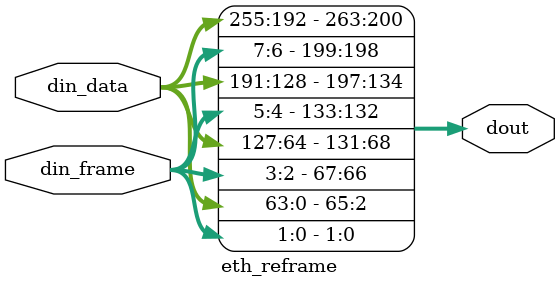
<source format=v>



`timescale 1 ps / 1 ps
// baeckler - 08-21-2012

module eth_reframe #(
	parameter WORDS = 4	
)(
	input [64*WORDS-1:0] din_data,
	input [2*WORDS-1:0] din_frame,
	output [66*WORDS-1:0] dout	
);

genvar i;
generate
	for (i=0; i<WORDS; i=i+1) begin : lp
		// merge the framing and data bits
		assign 
             dout[(i+1)*66-1:i*66] = {din_data[(i+1)*64-1:i*64],
									din_frame[(i+1)*2-1:i*2]};
    end
endgenerate	

endmodule
// BENCHMARK INFO :  5SGXEA7N2F45C2ES
// BENCHMARK INFO :  Max depth :  0.0 LUTs
// BENCHMARK INFO :  Combinational ALUTs : 0
// BENCHMARK INFO :  Memory ALUTs : 0
// BENCHMARK INFO :  Dedicated logic registers : 0
// BENCHMARK INFO :  Total block memory bits : 0

</source>
